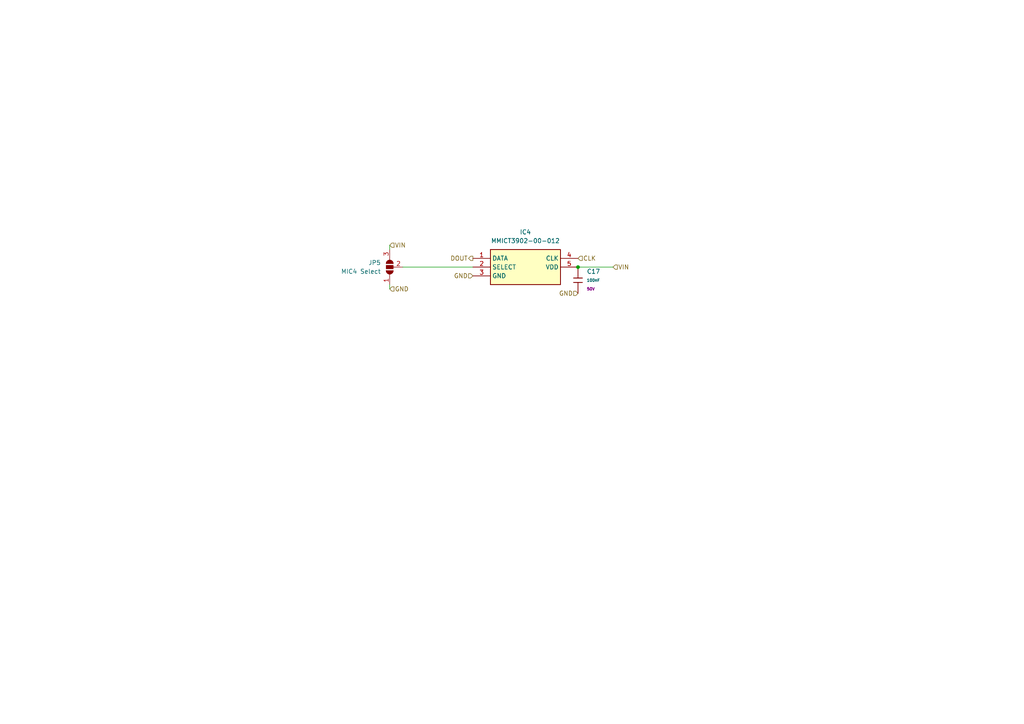
<source format=kicad_sch>
(kicad_sch (version 20250114) (generator "eeschema") (generator_version "9.0")
  (paper "A4")
  (lib_symbols
    (symbol "Jumper:SolderJumper_3_Open" (pin_names (offset 0) (hide yes)) (in_bom no)
      (property "Reference" "JP" (at -2.54 -2.54 0))
      (property "Value" "SolderJumper_3_Open" (at 0 2.794 0))
      (symbol "SolderJumper_3_Open_0_1"
        (polyline (pts (xy -2.54 0) (xy -2.032 0)))
        (polyline (pts (xy -1.016 1.016) (xy -1.016 -1.016)))
        (arc (start -1.016 -1.016) (mid -2.0276 0) (end -1.016 1.016))
        (arc (start -1.016 -1.016) (mid -2.0276 0) (end -1.016 1.016) (fill (type outline)))
        (rectangle (start -0.508 1.016) (end 0.508 -1.016) (fill (type outline)))
        (polyline (pts (xy 0 -1.27) (xy 0 -1.016)))
        (arc (start 1.016 1.016) (mid 2.0276 0) (end 1.016 -1.016))
        (arc (start 1.016 1.016) (mid 2.0276 0) (end 1.016 -1.016) (fill (type outline)))
        (polyline (pts (xy 1.016 1.016) (xy 1.016 -1.016)))
        (polyline (pts (xy 2.54 0) (xy 2.032 0)))
      )
      (symbol "SolderJumper_3_Open_1_1"
        (pin passive line (at -5.08 0 0) (length 2.54) (name "A") (number "1"))
        (pin passive line (at 0 -3.81 90) (length 2.54) (name "C") (number "2"))
        (pin passive line (at 5.08 0 180) (length 2.54) (name "B") (number "3"))
      )
    )
    (symbol "PCM_JLCPCB-Capacitors:0603,100nF" (pin_numbers (hide yes)) (pin_names (offset 0))
      (property "Reference" "C" (at 2.032 1.668 0))
      (property "Value" "100nF" (at 2.032 -0.3782 0))
      (property "Voltage Rated" "50V" (at 2.032 -2.0462 0))
      (symbol "0603,100nF_0_1"
        (polyline (pts (xy -1.27 0.635) (xy 1.27 0.635)) (stroke (width 0.254)))
        (polyline (pts (xy -1.27 -0.635) (xy 1.27 -0.635)) (stroke (width 0.254)))
      )
      (symbol "0603,100nF_1_1"
        (pin passive line (at 0 3.81 270) (length 3.175) (name "~") (number "1"))
        (pin passive line (at 0 -3.81 90) (length 3.175) (name "~") (number "2"))
      )
    )
    (symbol "Samacsys:MMICT3902-00-012"
      (property "Reference" "IC" (at 26.67 7.62 0))
      (property "Value" "MMICT3902-00-012" (at 26.67 5.08 0))
      (symbol "MMICT3902-00-012_1_1"
        (rectangle (start 5.08 2.54) (end 25.4 -7.62) (stroke (width 0.254)) (fill (type background)))
        (pin passive line (at 0 0 0) (length 5.08) (name "DATA") (number "1"))
        (pin passive line (at 0 -2.54 0) (length 5.08) (name "SELECT") (number "2"))
        (pin passive line (at 0 -5.08 0) (length 5.08) (name "GND") (number "3"))
        (pin passive line (at 30.48 0 180) (length 5.08) (name "CLK") (number "4"))
        (pin passive line (at 30.48 -2.54 180) (length 5.08) (name "VDD") (number "5"))
      )
    )
  )
  (junction (at 167.64 77.47))
  (wire (pts (xy 116.84 77.47) (xy 137.16 77.47)))
  (wire (pts (xy 113.03 71.12) (xy 113.03 72.39)))
  (wire (pts (xy 113.03 83.82) (xy 113.03 82.55)))
  (wire (pts (xy 167.64 77.47) (xy 177.8 77.47)))
  (hierarchical_label "CLK" (shape input) (at 167.64 74.93 0))
  (hierarchical_label "VIN" (shape input) (at 113.03 71.12 0))
  (hierarchical_label "VIN" (shape input) (at 177.8 77.47 0))
  (hierarchical_label "GND" (shape input) (at 167.64 85.09 180))
  (hierarchical_label "DOUT" (shape output) (at 137.16 74.93 180))
  (hierarchical_label "GND" (shape input) (at 113.03 83.82 0))
  (hierarchical_label "GND" (shape input) (at 137.16 80.01 180))
  (symbol (lib_id "PCM_JLCPCB-Capacitors:0603,100nF") (at 167.64 81.28 0) (unit 1)
    (property "Reference" "C14" (at 170.18 78.7399 0) (effects (justify left)))
    (property "Value" "100nF" (at 170.18 81.28 0) (effects (font (size 0.8 0.8)) (justify left)))
    (property "Footprint" "PCM_JLCPCB:C_0603" (effects (hide yes)))
    (property "Datasheet" "https://www.lcsc.com/datasheet/lcsc_datasheet_2211101700_YAGEO-CC0603KRX7R9BB104_C14663.pdf" (effects (hide yes)))
    (property "Description" "50V 100nF X7R ±10% 0603 Multilayer Ceramic Capacitors MLCC - SMD/SMT ROHS" (effects (hide yes)))
    (property "LCSC" "C14663" (effects (hide yes)))
    (property "Stock" "70324515" (effects (hide yes)))
    (property "Price" "0.006USD" (effects (hide yes)))
    (property "Process" "SMT" (effects (hide yes)))
    (property "Minimum Qty" "20" (effects (hide yes)))
    (property "Attrition Qty" "10" (effects (hide yes)))
    (property "Class" "Basic Component" (effects (hide yes)))
    (property "Category" "Capacitors,Multilayer Ceramic Capacitors MLCC - SMD/SMT" (effects (hide yes)))
    (property "Manufacturer" "YAGEO" (effects (hide yes)))
    (property "Part" "CC0603KRX7R9BB104" (effects (hide yes)))
    (property "Voltage Rated" "50V" (at 170.18 83.82 0) (effects (font (size 0.8 0.8)) (justify left)))
    (property "Tolerance" "±10%" (effects (hide yes)))
    (property "Capacitance" "100nF" (effects (hide yes)))
    (property "Temperature Coefficient" "X7R" (effects (hide yes)))
    (instances (project "noise_reduction_microphone" (path "" (reference "C17") (unit 1)) (path "" (reference "C14") (unit 1)) (path "" (reference "C15") (unit 1)) (path "" (reference "C16") (unit 1))))
  )
  (symbol (lib_id "Samacsys:MMICT3902-00-012") (at 137.16 74.93 0) (unit 1)
    (property "Reference" "IC1" (at 152.4 67.31 0))
    (property "Value" "MMICT3902-00-012" (at 152.4 69.85 0))
    (property "Footprint" "Samacsys:MMICT390200012" (effects (hide yes)))
    (property "Datasheet" "http://invensense.tdk.com/wp-content/uploads/2020/05/DS-000357-T3902-v1.0.pdf" (effects (hide yes)))
    (property "Description" "Mic Omni-Directional -26dB Rectangle Solder Pad" (effects (hide yes)))
    (property "Height" "1.13" (effects (hide yes)))
    (property "Manufacturer_Name" "TDK" (effects (hide yes)))
    (property "Manufacturer_Part_Number" "MMICT3902-00-012" (effects (hide yes)))
    (property "Mouser Part Number" "410-MMICT3902-00-012" (effects (hide yes)))
    (property "Mouser Price/Stock" "https://www.mouser.co.uk/ProductDetail/TDK-InvenSense/MMICT3902-00-012?qs=yqaQSyyJnNi1lpqXyrpxOA%3D%3D" (effects (hide yes)))
    (property "Arrow Part Number" "MMICT3902-00-012" (effects (hide yes)))
    (property "Arrow Price/Stock" "https://www.arrow.com/en/products/mmict3902-00-012/invensense?utm_currency=USD&region=nac" (effects (hide yes)))
    (property "LCSC Part #" "C3171752" (effects (hide yes)))
    (instances (project "noise_reduction_microphone" (path "" (reference "IC4") (unit 1)) (path "" (reference "IC1") (unit 1)) (path "" (reference "IC2") (unit 1)) (path "" (reference "IC3") (unit 1))))
  )
  (symbol (lib_id "Jumper:SolderJumper_3_Open") (at 113.03 77.47 90) (unit 1) (in_bom no)
    (property "Reference" "JP2" (at 110.49 76.1999 90) (effects (justify left)))
    (property "Value" "MIC4 Select" (at 110.49 78.7399 90) (effects (justify left)))
    (property "Footprint" "Jumper:SolderJumper-3_P1.3mm_Open_RoundedPad1.0x1.5mm" (effects (hide yes)))
    (property "Description" "Solder Jumper, 3-pole, open" (effects (hide yes)))
    (instances (project "noise_reduction_microphone" (path "" (reference "JP5") (unit 1)) (path "" (reference "JP2") (unit 1)) (path "" (reference "JP3") (unit 1)) (path "" (reference "JP4") (unit 1))))
  )
)
</source>
